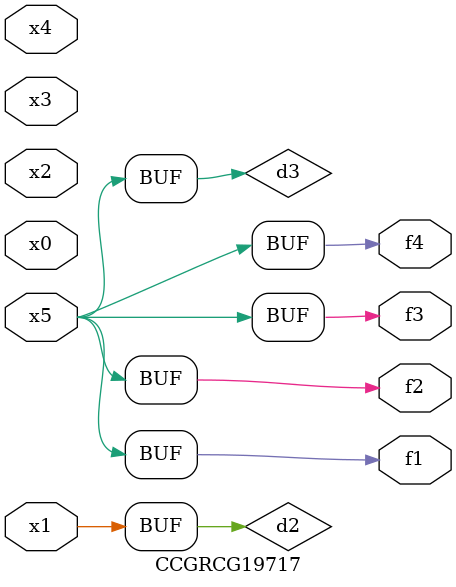
<source format=v>
module CCGRCG19717(
	input x0, x1, x2, x3, x4, x5,
	output f1, f2, f3, f4
);

	wire d1, d2, d3;

	not (d1, x5);
	or (d2, x1);
	xnor (d3, d1);
	assign f1 = d3;
	assign f2 = d3;
	assign f3 = d3;
	assign f4 = d3;
endmodule

</source>
